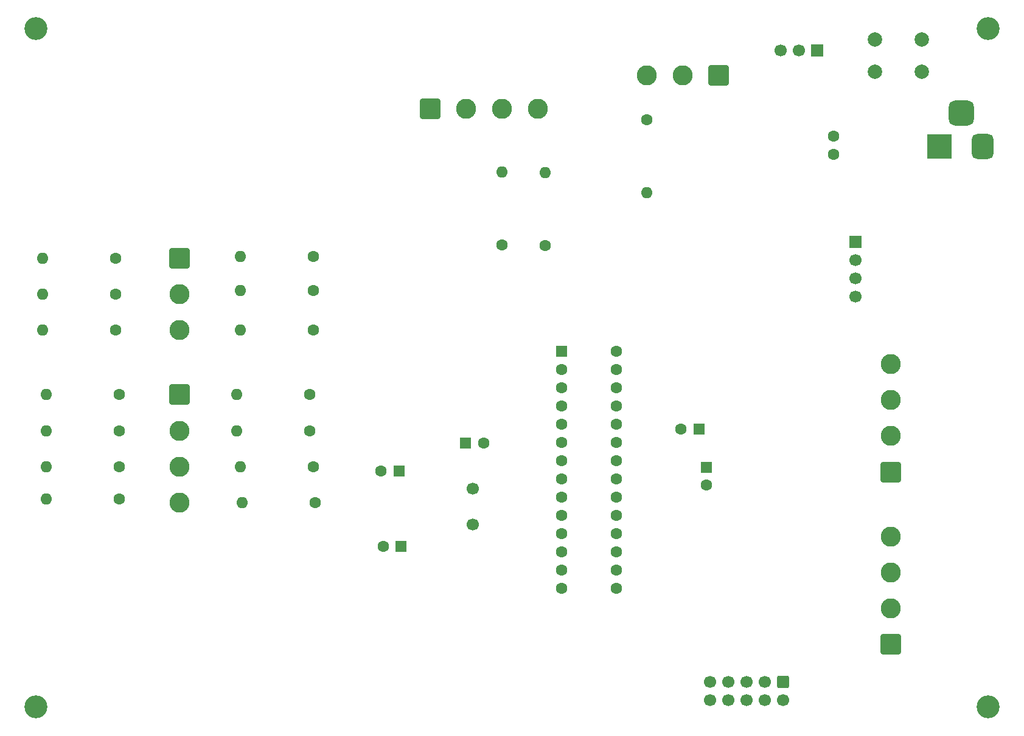
<source format=gbr>
%TF.GenerationSoftware,KiCad,Pcbnew,9.0.1*%
%TF.CreationDate,2025-09-08T03:32:05-04:00*%
%TF.ProjectId,SNAKE_GAME,534e414b-455f-4474-914d-452e6b696361,rev?*%
%TF.SameCoordinates,Original*%
%TF.FileFunction,Soldermask,Top*%
%TF.FilePolarity,Negative*%
%FSLAX46Y46*%
G04 Gerber Fmt 4.6, Leading zero omitted, Abs format (unit mm)*
G04 Created by KiCad (PCBNEW 9.0.1) date 2025-09-08 03:32:05*
%MOMM*%
%LPD*%
G01*
G04 APERTURE LIST*
G04 Aperture macros list*
%AMRoundRect*
0 Rectangle with rounded corners*
0 $1 Rounding radius*
0 $2 $3 $4 $5 $6 $7 $8 $9 X,Y pos of 4 corners*
0 Add a 4 corners polygon primitive as box body*
4,1,4,$2,$3,$4,$5,$6,$7,$8,$9,$2,$3,0*
0 Add four circle primitives for the rounded corners*
1,1,$1+$1,$2,$3*
1,1,$1+$1,$4,$5*
1,1,$1+$1,$6,$7*
1,1,$1+$1,$8,$9*
0 Add four rect primitives between the rounded corners*
20,1,$1+$1,$2,$3,$4,$5,0*
20,1,$1+$1,$4,$5,$6,$7,0*
20,1,$1+$1,$6,$7,$8,$9,0*
20,1,$1+$1,$8,$9,$2,$3,0*%
G04 Aperture macros list end*
%ADD10R,1.700000X1.700000*%
%ADD11C,1.700000*%
%ADD12R,1.600000X1.600000*%
%ADD13C,1.600000*%
%ADD14O,1.600000X1.600000*%
%ADD15RoundRect,0.250000X-0.600000X0.600000X-0.600000X-0.600000X0.600000X-0.600000X0.600000X0.600000X0*%
%ADD16C,2.800000*%
%ADD17RoundRect,0.250001X-1.149999X1.149999X-1.149999X-1.149999X1.149999X-1.149999X1.149999X1.149999X0*%
%ADD18RoundRect,0.250000X-0.550000X-0.550000X0.550000X-0.550000X0.550000X0.550000X-0.550000X0.550000X0*%
%ADD19RoundRect,0.250001X1.149999X1.149999X-1.149999X1.149999X-1.149999X-1.149999X1.149999X-1.149999X0*%
%ADD20C,3.200000*%
%ADD21RoundRect,0.250001X-1.149999X-1.149999X1.149999X-1.149999X1.149999X1.149999X-1.149999X1.149999X0*%
%ADD22RoundRect,0.250001X1.149999X-1.149999X1.149999X1.149999X-1.149999X1.149999X-1.149999X-1.149999X0*%
%ADD23R,3.500000X3.500000*%
%ADD24RoundRect,0.750000X0.750000X1.000000X-0.750000X1.000000X-0.750000X-1.000000X0.750000X-1.000000X0*%
%ADD25RoundRect,0.875000X0.875000X0.875000X-0.875000X0.875000X-0.875000X-0.875000X0.875000X-0.875000X0*%
%ADD26C,2.000000*%
G04 APERTURE END LIST*
D10*
%TO.C,J7*%
X127025000Y69550000D03*
D11*
X127025000Y67010000D03*
X127025000Y64470000D03*
X127025000Y61930000D03*
%TD*%
D12*
%TO.C,C3*%
X63815000Y27140000D03*
D13*
X61315000Y27140000D03*
%TD*%
%TO.C,R13*%
X51580000Y57250000D03*
D14*
X41420000Y57250000D03*
%TD*%
D12*
%TO.C,C1*%
X106315000Y38140000D03*
D13*
X106315000Y35640000D03*
%TD*%
%TO.C,220UF1*%
X124000000Y81750000D03*
X124000000Y84250000D03*
%TD*%
%TO.C,R2*%
X51080000Y48250000D03*
D14*
X40920000Y48250000D03*
%TD*%
D13*
%TO.C,R3*%
X51080000Y43250000D03*
D14*
X40920000Y43250000D03*
%TD*%
D13*
%TO.C,R4*%
X51580000Y38250000D03*
D14*
X41420000Y38250000D03*
%TD*%
D13*
%TO.C,R5*%
X51830000Y33250000D03*
D14*
X41670000Y33250000D03*
%TD*%
D13*
%TO.C,R6*%
X51580000Y67500000D03*
D14*
X41420000Y67500000D03*
%TD*%
D10*
%TO.C,J3*%
X121750000Y96250000D03*
D11*
X119210000Y96250000D03*
X116670000Y96250000D03*
%TD*%
D15*
%TO.C,J4*%
X117000000Y8210000D03*
D11*
X117000000Y5670000D03*
X114460000Y8210000D03*
X114460000Y5670000D03*
X111920000Y8210000D03*
X111920000Y5670000D03*
X109380000Y8210000D03*
X109380000Y5670000D03*
X106840000Y8210000D03*
X106840000Y5670000D03*
%TD*%
D12*
%TO.C,C4*%
X72794888Y41500000D03*
D13*
X75294888Y41500000D03*
%TD*%
D16*
%TO.C,J6*%
X33000000Y33250000D03*
X33000000Y38250000D03*
X33000000Y43250000D03*
D17*
X33000000Y48250000D03*
%TD*%
D12*
%TO.C,C2*%
X63520113Y37640000D03*
D13*
X61020113Y37640000D03*
%TD*%
%TO.C,R7*%
X51580000Y62750000D03*
D14*
X41420000Y62750000D03*
%TD*%
D13*
%TO.C,R14*%
X24080000Y57250000D03*
D14*
X13920000Y57250000D03*
%TD*%
D13*
%TO.C,R15*%
X24080000Y62250000D03*
D14*
X13920000Y62250000D03*
%TD*%
D13*
%TO.C,R16*%
X24080000Y67250000D03*
D14*
X13920000Y67250000D03*
%TD*%
D13*
%TO.C,R17*%
X24580000Y33750000D03*
D14*
X14420000Y33750000D03*
%TD*%
D13*
%TO.C,R18*%
X24580000Y38250000D03*
D14*
X14420000Y38250000D03*
%TD*%
D13*
%TO.C,R19*%
X24580000Y43250000D03*
D14*
X14420000Y43250000D03*
%TD*%
D13*
%TO.C,R20*%
X24580000Y48250000D03*
D14*
X14420000Y48250000D03*
%TD*%
D13*
%TO.C,R21*%
X77875000Y69125000D03*
D14*
X77875000Y79285000D03*
%TD*%
D13*
%TO.C,R22*%
X83875000Y69045000D03*
D14*
X83875000Y79205000D03*
%TD*%
D13*
%TO.C,R24*%
X98000000Y86580000D03*
D14*
X98000000Y76420000D03*
%TD*%
D13*
%TO.C,U1*%
X93815000Y54260000D03*
X93815000Y51720000D03*
X93815000Y49180000D03*
X93815000Y46640000D03*
X93815000Y44100000D03*
X93815000Y41560000D03*
X93815000Y39020000D03*
X93815000Y36480000D03*
X93815000Y33940000D03*
X93815000Y31400000D03*
X93815000Y28860000D03*
X93815000Y26320000D03*
X93815000Y23780000D03*
X93815000Y21240000D03*
X86195000Y21240000D03*
X86195000Y23780000D03*
X86195000Y26320000D03*
X86195000Y28860000D03*
X86195000Y31400000D03*
X86195000Y33940000D03*
X86195000Y36480000D03*
X86195000Y39020000D03*
X86195000Y41560000D03*
X86195000Y44100000D03*
X86195000Y46640000D03*
X86195000Y49180000D03*
X86195000Y51720000D03*
D18*
X86195000Y54260000D03*
%TD*%
D11*
%TO.C,Y1*%
X73815000Y30140000D03*
X73815000Y35140000D03*
%TD*%
D12*
%TO.C,C5*%
X105250000Y43500000D03*
D13*
X102750000Y43500000D03*
%TD*%
D17*
%TO.C,J5*%
X33000000Y67250000D03*
D16*
X33000000Y62250000D03*
X33000000Y57250000D03*
%TD*%
D19*
%TO.C,J1*%
X108000000Y92750000D03*
D16*
X103000000Y92750000D03*
X98000000Y92750000D03*
%TD*%
D20*
%TO.C,H2*%
X145500000Y4750000D03*
%TD*%
%TO.C,H3*%
X13000000Y4750000D03*
%TD*%
D21*
%TO.C,J8*%
X67875000Y88125000D03*
D16*
X72875000Y88125000D03*
X77875000Y88125000D03*
X82875000Y88125000D03*
%TD*%
D22*
%TO.C,J9*%
X132000000Y37490000D03*
D16*
X132000000Y42490000D03*
X132000000Y47490000D03*
X132000000Y52490000D03*
%TD*%
D22*
%TO.C,J10*%
X132000000Y13490000D03*
D16*
X132000000Y18490000D03*
X132000000Y23490000D03*
X132000000Y28490000D03*
%TD*%
D23*
%TO.C,J11*%
X138750000Y82792500D03*
D24*
X144750000Y82792500D03*
D25*
X141750000Y87492500D03*
%TD*%
D20*
%TO.C,H1*%
X145500000Y99250000D03*
%TD*%
D26*
%TO.C,SW1*%
X129750000Y97750000D03*
X136250000Y97750000D03*
X129750000Y93250000D03*
X136250000Y93250000D03*
%TD*%
D20*
%TO.C,H4*%
X13000000Y99250000D03*
%TD*%
M02*

</source>
